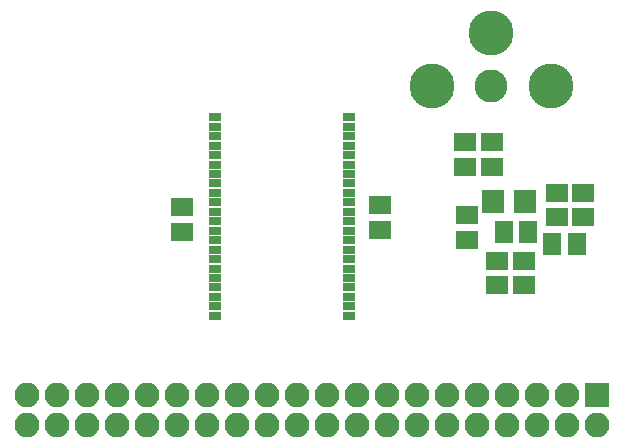
<source format=gbr>
G04 #@! TF.GenerationSoftware,KiCad,Pcbnew,(5.0.0-rc2-dev-321-g78161b592)*
G04 #@! TF.CreationDate,2018-04-15T21:01:50-04:00*
G04 #@! TF.ProjectId,VideoDACRAM,566964656F44414352414D2E6B696361,rev?*
G04 #@! TF.SameCoordinates,Original*
G04 #@! TF.FileFunction,Soldermask,Top*
G04 #@! TF.FilePolarity,Negative*
%FSLAX46Y46*%
G04 Gerber Fmt 4.6, Leading zero omitted, Abs format (unit mm)*
G04 Created by KiCad (PCBNEW (5.0.0-rc2-dev-321-g78161b592)) date 04/15/18 21:01:50*
%MOMM*%
%LPD*%
G01*
G04 APERTURE LIST*
%ADD10C,2.800000*%
%ADD11C,3.800000*%
%ADD12R,1.900000X1.545000*%
%ADD13R,1.100000X0.800000*%
%ADD14R,2.100000X2.100000*%
%ADD15O,2.100000X2.100000*%
%ADD16R,1.545000X1.900000*%
%ADD17R,1.900000X0.800000*%
G04 APERTURE END LIST*
D10*
X129540000Y-57332000D03*
D11*
X129540000Y-52832000D03*
X134540000Y-57332000D03*
X124540000Y-57332000D03*
D12*
X103300000Y-67600000D03*
X103300000Y-69685000D03*
D13*
X106100000Y-60000000D03*
X106100000Y-60800000D03*
X106100000Y-61600000D03*
X106100000Y-62400000D03*
X106100000Y-63200000D03*
X106100000Y-64000000D03*
X106100000Y-64800000D03*
X106100000Y-65600000D03*
X106100000Y-66400000D03*
X106100000Y-67200000D03*
X106100000Y-68000000D03*
X106100000Y-68800000D03*
X106100000Y-69600000D03*
X106100000Y-70400000D03*
X106100000Y-71200000D03*
X106100000Y-72000000D03*
X106100000Y-72800000D03*
X106100000Y-73600000D03*
X106100000Y-74400000D03*
X106100000Y-75200000D03*
X106100000Y-76000000D03*
X106100000Y-76800000D03*
X117500000Y-76800000D03*
X117500000Y-76000000D03*
X117500000Y-75200000D03*
X117500000Y-74400000D03*
X117500000Y-73600000D03*
X117500000Y-72800000D03*
X117500000Y-72000000D03*
X117500000Y-71200000D03*
X117500000Y-70400000D03*
X117500000Y-69600000D03*
X117500000Y-68800000D03*
X117500000Y-68000000D03*
X117500000Y-67200000D03*
X117500000Y-66400000D03*
X117500000Y-65600000D03*
X117500000Y-64800000D03*
X117500000Y-64000000D03*
X117500000Y-63200000D03*
X117500000Y-62400000D03*
X117500000Y-61600000D03*
X117500000Y-60800000D03*
X117500000Y-60000000D03*
D12*
X130048000Y-72136000D03*
X130048000Y-74221000D03*
X132334000Y-74221000D03*
X132334000Y-72136000D03*
X135114000Y-66377500D03*
X135114000Y-68462500D03*
X120100000Y-69530000D03*
X120100000Y-67445000D03*
D14*
X138500000Y-83500000D03*
D15*
X138500000Y-86040000D03*
X135960000Y-83500000D03*
X135960000Y-86040000D03*
X133420000Y-83500000D03*
X133420000Y-86040000D03*
X130880000Y-83500000D03*
X130880000Y-86040000D03*
X128340000Y-83500000D03*
X128340000Y-86040000D03*
X125800000Y-83500000D03*
X125800000Y-86040000D03*
X123260000Y-83500000D03*
X123260000Y-86040000D03*
X120720000Y-83500000D03*
X120720000Y-86040000D03*
X118180000Y-83500000D03*
X118180000Y-86040000D03*
X115640000Y-83500000D03*
X115640000Y-86040000D03*
X113100000Y-83500000D03*
X113100000Y-86040000D03*
X110560000Y-83500000D03*
X110560000Y-86040000D03*
X108020000Y-83500000D03*
X108020000Y-86040000D03*
X105480000Y-83500000D03*
X105480000Y-86040000D03*
X102940000Y-83500000D03*
X102940000Y-86040000D03*
X100400000Y-83500000D03*
X100400000Y-86040000D03*
X97860000Y-83500000D03*
X97860000Y-86040000D03*
X95320000Y-83500000D03*
X95320000Y-86040000D03*
X92780000Y-83500000D03*
X92780000Y-86040000D03*
X90240000Y-83500000D03*
X90240000Y-86040000D03*
D12*
X127508000Y-68299500D03*
X127508000Y-70384500D03*
D16*
X134671500Y-70720000D03*
X136756500Y-70720000D03*
X130571500Y-69720000D03*
X132656500Y-69720000D03*
D12*
X137314000Y-68462500D03*
X137314000Y-66377500D03*
X129614000Y-64162500D03*
X129614000Y-62077500D03*
X127314000Y-62077500D03*
X127314000Y-64162500D03*
D17*
X129684000Y-66470000D03*
X129684000Y-67120000D03*
X129684000Y-67770000D03*
X132344000Y-67770000D03*
X132344000Y-67120000D03*
X132344000Y-66470000D03*
M02*

</source>
